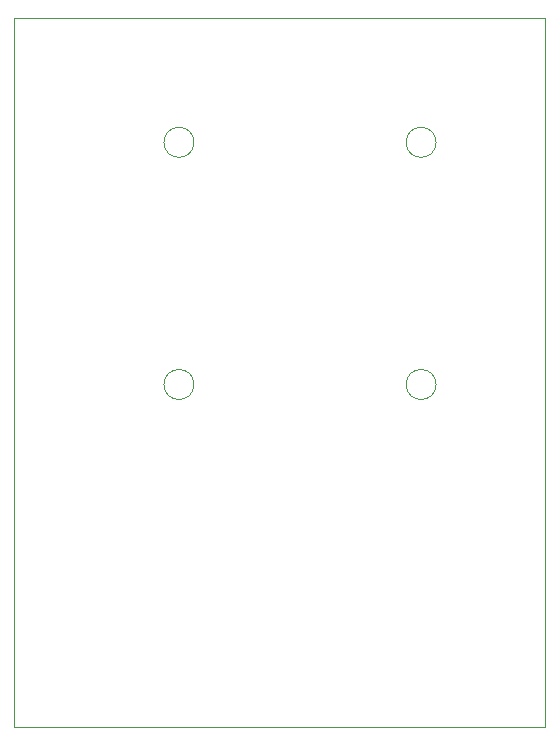
<source format=gbr>
%TF.GenerationSoftware,KiCad,Pcbnew,9.0.0*%
%TF.CreationDate,2025-03-07T15:33:46-06:00*%
%TF.ProjectId,Block-JAN6418,426c6f63-6b2d-44a4-914e-363431382e6b,rev?*%
%TF.SameCoordinates,PX3305860PY2160ec0*%
%TF.FileFunction,Profile,NP*%
%FSLAX46Y46*%
G04 Gerber Fmt 4.6, Leading zero omitted, Abs format (unit mm)*
G04 Created by KiCad (PCBNEW 9.0.0) date 2025-03-07 15:33:46*
%MOMM*%
%LPD*%
G01*
G04 APERTURE LIST*
%TA.AperFunction,Profile*%
%ADD10C,0.050000*%
%TD*%
G04 APERTURE END LIST*
D10*
X15270000Y-31000000D02*
G75*
G02*
X12730000Y-31000000I-1270000J0D01*
G01*
X12730000Y-31000000D02*
G75*
G02*
X15270000Y-31000000I1270000J0D01*
G01*
X15270000Y-10500000D02*
G75*
G02*
X12730000Y-10500000I-1270000J0D01*
G01*
X12730000Y-10500000D02*
G75*
G02*
X15270000Y-10500000I1270000J0D01*
G01*
X35770000Y-31000000D02*
G75*
G02*
X33230000Y-31000000I-1270000J0D01*
G01*
X33230000Y-31000000D02*
G75*
G02*
X35770000Y-31000000I1270000J0D01*
G01*
X35770000Y-10500000D02*
G75*
G02*
X33230000Y-10500000I-1270000J0D01*
G01*
X33230000Y-10500000D02*
G75*
G02*
X35770000Y-10500000I1270000J0D01*
G01*
X0Y0D02*
X45000000Y0D01*
X45000000Y-60000000D01*
X0Y-60000000D01*
X0Y0D01*
M02*

</source>
